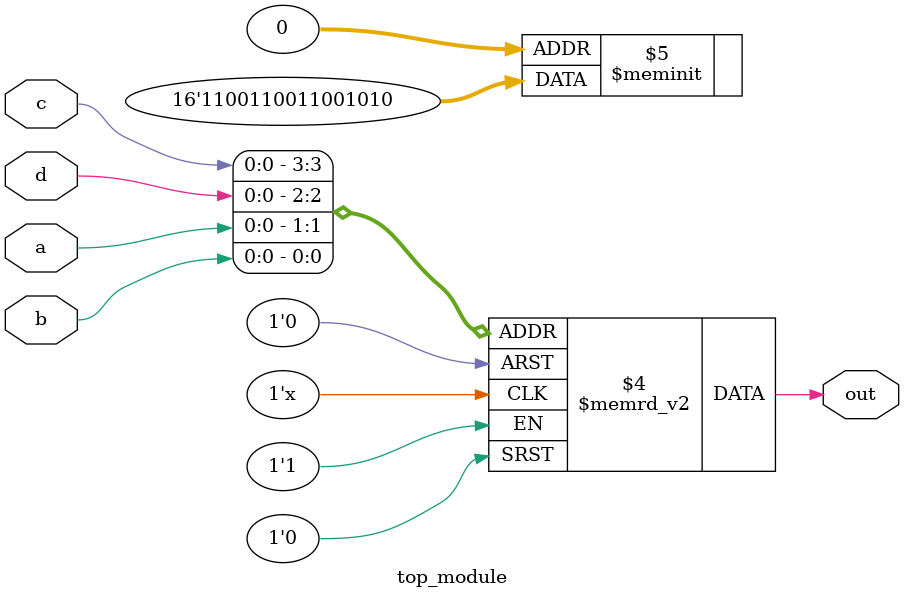
<source format=sv>
module top_module (
    input a, 
    input b,
    input c,
    input d,
    output reg out
);

always @(*) begin
    case ({c, d, a, b})
        4'b0001, 4'b0011, 4'b0110, 4'b0111,
        4'b1110, 4'b1111, 4'b1010, 4'b1011: out = 1;
        4'b0000, 4'b0100, 4'b0101, 4'b1100, 4'b1000: out = 0;
        default: out = 0; // Handling don't-care conditions as convenient
    endcase
end

endmodule

</source>
